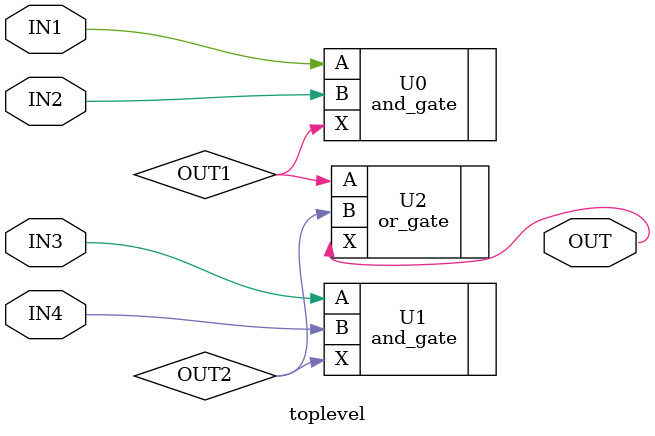
<source format=v>
`timescale 1ns / 1ps

module toplevel(
    input IN1,
    input IN2,
    input IN3,
    input IN4,
    output OUT
    );
    // define intermediate outputs OUT1 and OUT2
    wire OUT1, OUT2;
    and_gate U0(.A(IN1), .B(IN2), .X(OUT1)); // U0 name of module instantiation, can name it anything
    and_gate U1(.A(IN3), .B(IN4), .X(OUT2));
    or_gate U2(.A(OUT1), .B(OUT2), .X(OUT)); // refer to the lecture for diagram
endmodule

</source>
